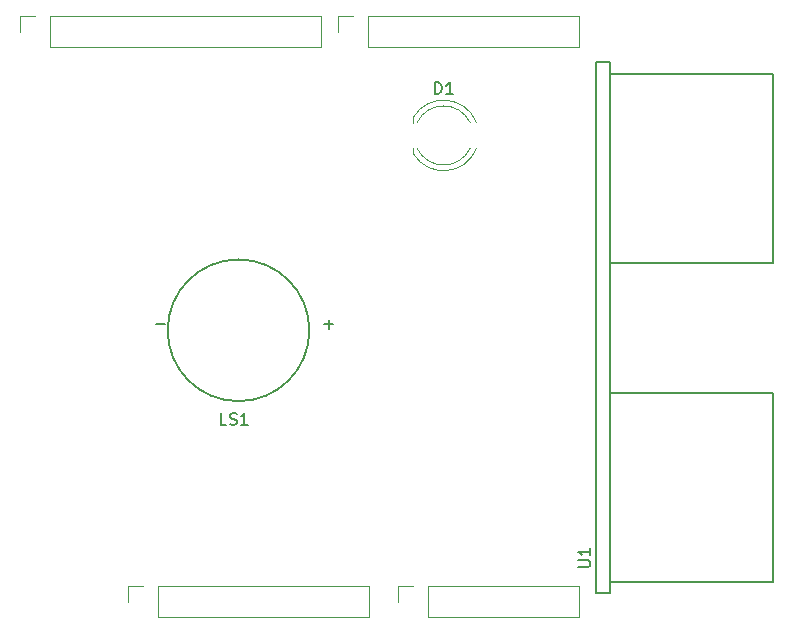
<source format=gbr>
%TF.GenerationSoftware,KiCad,Pcbnew,9.0.0*%
%TF.CreationDate,2025-02-27T00:07:18-07:00*%
%TF.ProjectId,bubble_detector_v2.1,62756262-6c65-45f6-9465-746563746f72,rev?*%
%TF.SameCoordinates,Original*%
%TF.FileFunction,Legend,Top*%
%TF.FilePolarity,Positive*%
%FSLAX46Y46*%
G04 Gerber Fmt 4.6, Leading zero omitted, Abs format (unit mm)*
G04 Created by KiCad (PCBNEW 9.0.0) date 2025-02-27 00:07:18*
%MOMM*%
%LPD*%
G01*
G04 APERTURE LIST*
%ADD10C,0.150000*%
%ADD11C,0.120000*%
%ADD12C,0.127000*%
G04 APERTURE END LIST*
D10*
X137546905Y-54804819D02*
X137546905Y-53804819D01*
X137546905Y-53804819D02*
X137785000Y-53804819D01*
X137785000Y-53804819D02*
X137927857Y-53852438D01*
X137927857Y-53852438D02*
X138023095Y-53947676D01*
X138023095Y-53947676D02*
X138070714Y-54042914D01*
X138070714Y-54042914D02*
X138118333Y-54233390D01*
X138118333Y-54233390D02*
X138118333Y-54376247D01*
X138118333Y-54376247D02*
X138070714Y-54566723D01*
X138070714Y-54566723D02*
X138023095Y-54661961D01*
X138023095Y-54661961D02*
X137927857Y-54757200D01*
X137927857Y-54757200D02*
X137785000Y-54804819D01*
X137785000Y-54804819D02*
X137546905Y-54804819D01*
X139070714Y-54804819D02*
X138499286Y-54804819D01*
X138785000Y-54804819D02*
X138785000Y-53804819D01*
X138785000Y-53804819D02*
X138689762Y-53947676D01*
X138689762Y-53947676D02*
X138594524Y-54042914D01*
X138594524Y-54042914D02*
X138499286Y-54090533D01*
X119900763Y-82810567D02*
X119423931Y-82810567D01*
X119423931Y-82810567D02*
X119423931Y-81809221D01*
X120186861Y-82762884D02*
X120329911Y-82810567D01*
X120329911Y-82810567D02*
X120568326Y-82810567D01*
X120568326Y-82810567D02*
X120663693Y-82762884D01*
X120663693Y-82762884D02*
X120711376Y-82715200D01*
X120711376Y-82715200D02*
X120759059Y-82619834D01*
X120759059Y-82619834D02*
X120759059Y-82524468D01*
X120759059Y-82524468D02*
X120711376Y-82429102D01*
X120711376Y-82429102D02*
X120663693Y-82381418D01*
X120663693Y-82381418D02*
X120568326Y-82333735D01*
X120568326Y-82333735D02*
X120377594Y-82286052D01*
X120377594Y-82286052D02*
X120282227Y-82238369D01*
X120282227Y-82238369D02*
X120234544Y-82190686D01*
X120234544Y-82190686D02*
X120186861Y-82095320D01*
X120186861Y-82095320D02*
X120186861Y-81999953D01*
X120186861Y-81999953D02*
X120234544Y-81904587D01*
X120234544Y-81904587D02*
X120282227Y-81856904D01*
X120282227Y-81856904D02*
X120377594Y-81809221D01*
X120377594Y-81809221D02*
X120616009Y-81809221D01*
X120616009Y-81809221D02*
X120759059Y-81856904D01*
X121712722Y-82810567D02*
X121140524Y-82810567D01*
X121426623Y-82810567D02*
X121426623Y-81809221D01*
X121426623Y-81809221D02*
X121331257Y-81952270D01*
X121331257Y-81952270D02*
X121235890Y-82047636D01*
X121235890Y-82047636D02*
X121140524Y-82095320D01*
X113930771Y-74313098D02*
X114693870Y-74313098D01*
X128193556Y-74312888D02*
X128956985Y-74312888D01*
X128575270Y-74694602D02*
X128575270Y-73931173D01*
X149691249Y-94827350D02*
X150501194Y-94827350D01*
X150501194Y-94827350D02*
X150596482Y-94779707D01*
X150596482Y-94779707D02*
X150644126Y-94732063D01*
X150644126Y-94732063D02*
X150691769Y-94636775D01*
X150691769Y-94636775D02*
X150691769Y-94446200D01*
X150691769Y-94446200D02*
X150644126Y-94350912D01*
X150644126Y-94350912D02*
X150596482Y-94303269D01*
X150596482Y-94303269D02*
X150501194Y-94255625D01*
X150501194Y-94255625D02*
X149691249Y-94255625D01*
X150691769Y-93255105D02*
X150691769Y-93826830D01*
X150691769Y-93540967D02*
X149691249Y-93540967D01*
X149691249Y-93540967D02*
X149834181Y-93636255D01*
X149834181Y-93636255D02*
X149929468Y-93731543D01*
X149929468Y-93731543D02*
X149977112Y-93826830D01*
D11*
%TO.C,D1*%
X141073107Y-59390075D02*
G75*
G02*
X135725000Y-59854830I-2788107J1080075D01*
G01*
X140539656Y-59390059D02*
G75*
G02*
X136030316Y-59390000I-2254656J1080059D01*
G01*
X136030316Y-57230000D02*
G75*
G02*
X140539656Y-57229941I2254684J-1080000D01*
G01*
X135725000Y-56765170D02*
G75*
G02*
X141073107Y-57229925I2560000J-1544830D01*
G01*
X135725000Y-59390000D02*
X135725000Y-59855000D01*
X135725000Y-56765000D02*
X135725000Y-57230000D01*
D12*
%TO.C,LS1*%
X126920000Y-74810000D02*
G75*
G02*
X114920000Y-74810000I-6000000J0D01*
G01*
X114920000Y-74810000D02*
G75*
G02*
X126920000Y-74810000I6000000J0D01*
G01*
D11*
%TO.C,J1*%
X111530000Y-96440000D02*
X112860000Y-96440000D01*
X111530000Y-97770000D02*
X111530000Y-96440000D01*
X114130000Y-96440000D02*
X131970000Y-96440000D01*
X114130000Y-99100000D02*
X114130000Y-96440000D01*
X114130000Y-99100000D02*
X131970000Y-99100000D01*
X131970000Y-99100000D02*
X131970000Y-96440000D01*
%TO.C,J3*%
X134390000Y-96440000D02*
X135720000Y-96440000D01*
X134390000Y-97770000D02*
X134390000Y-96440000D01*
X136990000Y-96440000D02*
X149750000Y-96440000D01*
X136990000Y-99100000D02*
X136990000Y-96440000D01*
X136990000Y-99100000D02*
X149750000Y-99100000D01*
X149750000Y-99100000D02*
X149750000Y-96440000D01*
%TO.C,J2*%
X102386000Y-48180000D02*
X103716000Y-48180000D01*
X102386000Y-49510000D02*
X102386000Y-48180000D01*
X104986000Y-48180000D02*
X127906000Y-48180000D01*
X104986000Y-50840000D02*
X104986000Y-48180000D01*
X104986000Y-50840000D02*
X127906000Y-50840000D01*
X127906000Y-50840000D02*
X127906000Y-48180000D01*
%TO.C,J4*%
X129310000Y-48180000D02*
X130640000Y-48180000D01*
X129310000Y-49510000D02*
X129310000Y-48180000D01*
X131910000Y-48180000D02*
X149750000Y-48180000D01*
X131910000Y-50840000D02*
X131910000Y-48180000D01*
X131910000Y-50840000D02*
X149750000Y-50840000D01*
X149750000Y-50840000D02*
X149750000Y-48180000D01*
D12*
%TO.C,U1*%
X151190000Y-52080000D02*
X152390000Y-52080000D01*
X151190000Y-97080000D02*
X151190000Y-52080000D01*
X152390000Y-52080000D02*
X152390000Y-53080000D01*
X152390000Y-53080000D02*
X152390000Y-69080000D01*
X152390000Y-53080000D02*
X166190000Y-53080000D01*
X152390000Y-69080000D02*
X152390000Y-80080000D01*
X152390000Y-69080000D02*
X166190000Y-69080000D01*
X152390000Y-80080000D02*
X152390000Y-96080000D01*
X152390000Y-80080000D02*
X166190000Y-80080000D01*
X152390000Y-96080000D02*
X152390000Y-97080000D01*
X152390000Y-96080000D02*
X166190000Y-96080000D01*
X152390000Y-97080000D02*
X151190000Y-97080000D01*
X166190000Y-69080000D02*
X166190000Y-53080000D01*
X166190000Y-96080000D02*
X166190000Y-80080000D01*
%TD*%
M02*

</source>
